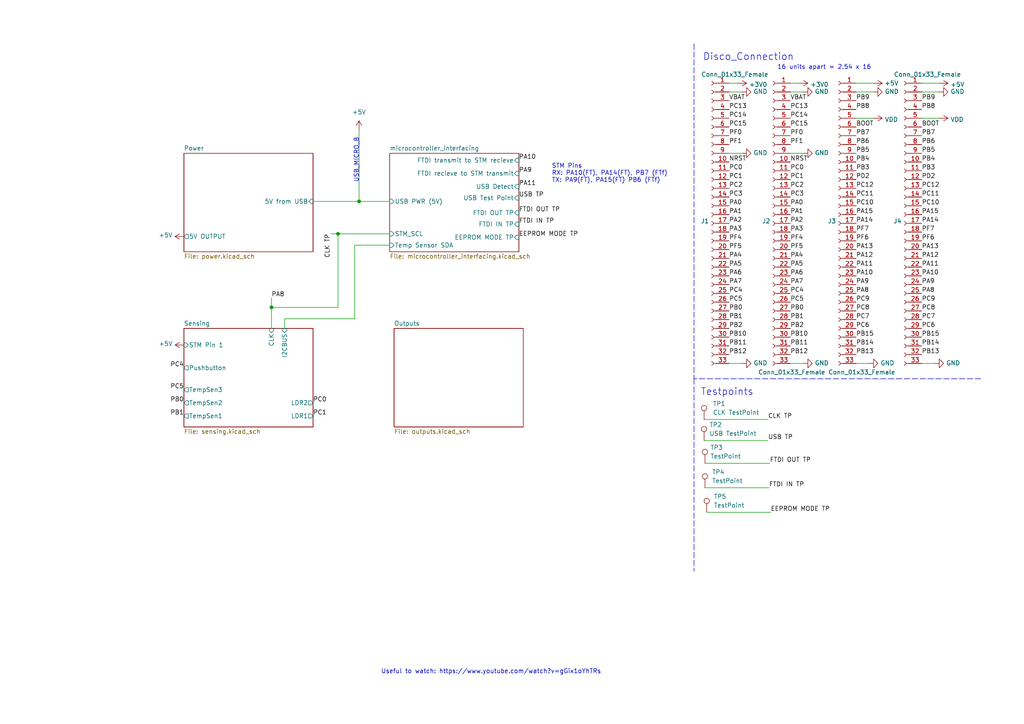
<source format=kicad_sch>
(kicad_sch (version 20211123) (generator eeschema)
  (paper "A4")
  (title_block (title "EEE3088F Template") (date "2022-02-21") (rev "V0.0") (company "University of Cape Town") (comment 3 "@Checked By: ") (comment 4 "@Authors: Justin Pead"))
  (lib_symbols
    (symbol "Connector:Conn_01x33_Female" (pin_names (offset 1.016) hide)
      (property "Reference" "J" (at 0 43.18 0))
      (property "Value" "Conn_01x33_Female" (at 0 -43.18 0))
      (symbol "Conn_01x33_Female_1_1"
        (arc (start 0 -40.132) (mid -0.508 -40.64) (end 0 -41.148) (stroke (width 0.1524)))
        (arc (start 0 -37.592) (mid -0.508 -38.1) (end 0 -38.608) (stroke (width 0.1524)))
        (arc (start 0 -35.052) (mid -0.508 -35.56) (end 0 -36.068) (stroke (width 0.1524)))
        (arc (start 0 -32.512) (mid -0.508 -33.02) (end 0 -33.528) (stroke (width 0.1524)))
        (arc (start 0 -29.972) (mid -0.508 -30.48) (end 0 -30.988) (stroke (width 0.1524)))
        (arc (start 0 -27.432) (mid -0.508 -27.94) (end 0 -28.448) (stroke (width 0.1524)))
        (arc (start 0 -24.892) (mid -0.508 -25.4) (end 0 -25.908) (stroke (width 0.1524)))
        (arc (start 0 -22.352) (mid -0.508 -22.86) (end 0 -23.368) (stroke (width 0.1524)))
        (arc (start 0 -19.812) (mid -0.508 -20.32) (end 0 -20.828) (stroke (width 0.1524)))
        (arc (start 0 -17.272) (mid -0.508 -17.78) (end 0 -18.288) (stroke (width 0.1524)))
        (arc (start 0 -14.732) (mid -0.508 -15.24) (end 0 -15.748) (stroke (width 0.1524)))
        (arc (start 0 -12.192) (mid -0.508 -12.7) (end 0 -13.208) (stroke (width 0.1524)))
        (arc (start 0 -9.652) (mid -0.508 -10.16) (end 0 -10.668) (stroke (width 0.1524)))
        (arc (start 0 -7.112) (mid -0.508 -7.62) (end 0 -8.128) (stroke (width 0.1524)))
        (arc (start 0 -4.572) (mid -0.508 -5.08) (end 0 -5.588) (stroke (width 0.1524)))
        (arc (start 0 -2.032) (mid -0.508 -2.54) (end 0 -3.048) (stroke (width 0.1524)))
        (polyline (pts (xy -1.27 -40.64) (xy -0.508 -40.64)) (stroke (width 0.1524)))
        (polyline (pts (xy -1.27 -38.1) (xy -0.508 -38.1)) (stroke (width 0.1524)))
        (polyline (pts (xy -1.27 -35.56) (xy -0.508 -35.56)) (stroke (width 0.1524)))
        (polyline (pts (xy -1.27 -33.02) (xy -0.508 -33.02)) (stroke (width 0.1524)))
        (polyline (pts (xy -1.27 -30.48) (xy -0.508 -30.48)) (stroke (width 0.1524)))
        (polyline (pts (xy -1.27 -27.94) (xy -0.508 -27.94)) (stroke (width 0.1524)))
        (polyline (pts (xy -1.27 -25.4) (xy -0.508 -25.4)) (stroke (width 0.1524)))
        (polyline (pts (xy -1.27 -22.86) (xy -0.508 -22.86)) (stroke (width 0.1524)))
        (polyline (pts (xy -1.27 -20.32) (xy -0.508 -20.32)) (stroke (width 0.1524)))
        (polyline (pts (xy -1.27 -17.78) (xy -0.508 -17.78)) (stroke (width 0.1524)))
        (polyline (pts (xy -1.27 -15.24) (xy -0.508 -15.24)) (stroke (width 0.1524)))
        (polyline (pts (xy -1.27 -12.7) (xy -0.508 -12.7)) (stroke (width 0.1524)))
        (polyline (pts (xy -1.27 -10.16) (xy -0.508 -10.16)) (stroke (width 0.1524)))
        (polyline (pts (xy -1.27 -7.62) (xy -0.508 -7.62)) (stroke (width 0.1524)))
        (polyline (pts (xy -1.27 -5.08) (xy -0.508 -5.08)) (stroke (width 0.1524)))
        (polyline (pts (xy -1.27 -2.54) (xy -0.508 -2.54)) (stroke (width 0.1524)))
        (polyline (pts (xy -1.27 0) (xy -0.508 0)) (stroke (width 0.1524)))
        (polyline (pts (xy -1.27 2.54) (xy -0.508 2.54)) (stroke (width 0.1524)))
        (polyline (pts (xy -1.27 5.08) (xy -0.508 5.08)) (stroke (width 0.1524)))
        (polyline (pts (xy -1.27 7.62) (xy -0.508 7.62)) (stroke (width 0.1524)))
        (polyline (pts (xy -1.27 10.16) (xy -0.508 10.16)) (stroke (width 0.1524)))
        (polyline (pts (xy -1.27 12.7) (xy -0.508 12.7)) (stroke (width 0.1524)))
        (polyline (pts (xy -1.27 15.24) (xy -0.508 15.24)) (stroke (width 0.1524)))
        (polyline (pts (xy -1.27 17.78) (xy -0.508 17.78)) (stroke (width 0.1524)))
        (polyline (pts (xy -1.27 20.32) (xy -0.508 20.32)) (stroke (width 0.1524)))
        (polyline (pts (xy -1.27 22.86) (xy -0.508 22.86)) (stroke (width 0.1524)))
        (polyline (pts (xy -1.27 25.4) (xy -0.508 25.4)) (stroke (width 0.1524)))
        (polyline (pts (xy -1.27 27.94) (xy -0.508 27.94)) (stroke (width 0.1524)))
        (polyline (pts (xy -1.27 30.48) (xy -0.508 30.48)) (stroke (width 0.1524)))
        (polyline (pts (xy -1.27 33.02) (xy -0.508 33.02)) (stroke (width 0.1524)))
        (polyline (pts (xy -1.27 35.56) (xy -0.508 35.56)) (stroke (width 0.1524)))
        (polyline (pts (xy -1.27 38.1) (xy -0.508 38.1)) (stroke (width 0.1524)))
        (polyline (pts (xy -1.27 40.64) (xy -0.508 40.64)) (stroke (width 0.1524)))
        (arc (start 0 0.508) (mid -0.508 0) (end 0 -0.508) (stroke (width 0.1524)))
        (arc (start 0 3.048) (mid -0.508 2.54) (end 0 2.032) (stroke (width 0.1524)))
        (arc (start 0 5.588) (mid -0.508 5.08) (end 0 4.572) (stroke (width 0.1524)))
        (arc (start 0 8.128) (mid -0.508 7.62) (end 0 7.112) (stroke (width 0.1524)))
        (arc (start 0 10.668) (mid -0.508 10.16) (end 0 9.652) (stroke (width 0.1524)))
        (arc (start 0 13.208) (mid -0.508 12.7) (end 0 12.192) (stroke (width 0.1524)))
        (arc (start 0 15.748) (mid -0.508 15.24) (end 0 14.732) (stroke (width 0.1524)))
        (arc (start 0 18.288) (mid -0.508 17.78) (end 0 17.272) (stroke (width 0.1524)))
        (arc (start 0 20.828) (mid -0.508 20.32) (end 0 19.812) (stroke (width 0.1524)))
        (arc (start 0 23.368) (mid -0.508 22.86) (end 0 22.352) (stroke (width 0.1524)))
        (arc (start 0 25.908) (mid -0.508 25.4) (end 0 24.892) (stroke (width 0.1524)))
        (arc (start 0 28.448) (mid -0.508 27.94) (end 0 27.432) (stroke (width 0.1524)))
        (arc (start 0 30.988) (mid -0.508 30.48) (end 0 29.972) (stroke (width 0.1524)))
        (arc (start 0 33.528) (mid -0.508 33.02) (end 0 32.512) (stroke (width 0.1524)))
        (arc (start 0 36.068) (mid -0.508 35.56) (end 0 35.052) (stroke (width 0.1524)))
        (arc (start 0 38.608) (mid -0.508 38.1) (end 0 37.592) (stroke (width 0.1524)))
        (arc (start 0 41.148) (mid -0.508 40.64) (end 0 40.132) (stroke (width 0.1524)))
        (pin passive line (at -5.08 40.64 0) (length 3.81) (name "Pin_1") (number "1"))
        (pin passive line (at -5.08 17.78 0) (length 3.81) (name "Pin_10") (number "10"))
        (pin passive line (at -5.08 15.24 0) (length 3.81) (name "Pin_11") (number "11"))
        (pin passive line (at -5.08 12.7 0) (length 3.81) (name "Pin_12") (number "12"))
        (pin passive line (at -5.08 10.16 0) (length 3.81) (name "Pin_13") (number "13"))
        (pin passive line (at -5.08 7.62 0) (length 3.81) (name "Pin_14") (number "14"))
        (pin passive line (at -5.08 5.08 0) (length 3.81) (name "Pin_15") (number "15"))
        (pin passive line (at -5.08 2.54 0) (length 3.81) (name "Pin_16") (number "16"))
        (pin passive line (at -5.08 0 0) (length 3.81) (name "Pin_17") (number "17"))
        (pin passive line (at -5.08 -2.54 0) (length 3.81) (name "Pin_18") (number "18"))
        (pin passive line (at -5.08 -5.08 0) (length 3.81) (name "Pin_19") (number "19"))
        (pin passive line (at -5.08 38.1 0) (length 3.81) (name "Pin_2") (number "2"))
        (pin passive line (at -5.08 -7.62 0) (length 3.81) (name "Pin_20") (number "20"))
        (pin passive line (at -5.08 -10.16 0) (length 3.81) (name "Pin_21") (number "21"))
        (pin passive line (at -5.08 -12.7 0) (length 3.81) (name "Pin_22") (number "22"))
        (pin passive line (at -5.08 -15.24 0) (length 3.81) (name "Pin_23") (number "23"))
        (pin passive line (at -5.08 -17.78 0) (length 3.81) (name "Pin_24") (number "24"))
        (pin passive line (at -5.08 -20.32 0) (length 3.81) (name "Pin_25") (number "25"))
        (pin passive line (at -5.08 -22.86 0) (length 3.81) (name "Pin_26") (number "26"))
        (pin passive line (at -5.08 -25.4 0) (length 3.81) (name "Pin_27") (number "27"))
        (pin passive line (at -5.08 -27.94 0) (length 3.81) (name "Pin_28") (number "28"))
        (pin passive line (at -5.08 -30.48 0) (length 3.81) (name "Pin_29") (number "29"))
        (pin passive line (at -5.08 35.56 0) (length 3.81) (name "Pin_3") (number "3"))
        (pin passive line (at -5.08 -33.02 0) (length 3.81) (name "Pin_30") (number "30"))
        (pin passive line (at -5.08 -35.56 0) (length 3.81) (name "Pin_31") (number "31"))
        (pin passive line (at -5.08 -38.1 0) (length 3.81) (name "Pin_32") (number "32"))
        (pin passive line (at -5.08 -40.64 0) (length 3.81) (name "Pin_33") (number "33"))
        (pin passive line (at -5.08 33.02 0) (length 3.81) (name "Pin_4") (number "4"))
        (pin passive line (at -5.08 30.48 0) (length 3.81) (name "Pin_5") (number "5"))
        (pin passive line (at -5.08 27.94 0) (length 3.81) (name "Pin_6") (number "6"))
        (pin passive line (at -5.08 25.4 0) (length 3.81) (name "Pin_7") (number "7"))
        (pin passive line (at -5.08 22.86 0) (length 3.81) (name "Pin_8") (number "8"))
        (pin passive line (at -5.08 20.32 0) (length 3.81) (name "Pin_9") (number "9"))
      )
    )
    (symbol "Connector:TestPoint" (pin_numbers hide) (pin_names (offset 0.762) hide)
      (property "Reference" "TP" (at 0 6.858 0))
      (property "Value" "TestPoint" (at 0 5.08 0))
      (symbol "TestPoint_0_1"
        (circle (center 0 3.302) (radius 0.762))
      )
      (symbol "TestPoint_1_1"
        (pin passive line (at 0 0 90) (length 2.54) (name "1") (number "1"))
      )
    )
    (symbol "power:+3V0" (power) (pin_names (offset 0))
      (property "Value" "+3V0" (at 0 3.556 0))
      (symbol "+3V0_0_1"
        (polyline (pts (xy -0.762 1.27) (xy 0 2.54)))
        (polyline (pts (xy 0 0) (xy 0 2.54)))
        (polyline (pts (xy 0 2.54) (xy 0.762 1.27)))
      )
      (symbol "+3V0_1_1"
        (pin power_in line (at 0 0 90) (length 0) hide (name "+3V0") (number "1"))
      )
    )
    (symbol "power:+5V" (power) (pin_names (offset 0))
      (property "Value" "+5V" (at 0 3.556 0))
      (symbol "+5V_0_1"
        (polyline (pts (xy -0.762 1.27) (xy 0 2.54)))
        (polyline (pts (xy 0 0) (xy 0 2.54)))
        (polyline (pts (xy 0 2.54) (xy 0.762 1.27)))
      )
      (symbol "+5V_1_1"
        (pin power_in line (at 0 0 90) (length 0) hide (name "+5V") (number "1"))
      )
    )
    (symbol "power:GND" (power) (pin_names (offset 0))
      (property "Value" "GND" (at 0 -3.81 0))
      (symbol "GND_0_1"
        (polyline (pts (xy 0 0) (xy 0 -1.27) (xy 1.27 -1.27) (xy 0 -2.54) (xy -1.27 -1.27) (xy 0 -1.27)))
      )
      (symbol "GND_1_1"
        (pin power_in line (at 0 0 270) (length 0) hide (name "GND") (number "1"))
      )
    )
    (symbol "power:VDD" (power) (pin_names (offset 0))
      (property "Value" "VDD" (at 0 3.81 0))
      (symbol "VDD_0_1"
        (polyline (pts (xy -0.762 1.27) (xy 0 2.54)))
        (polyline (pts (xy 0 0) (xy 0 2.54)))
        (polyline (pts (xy 0 2.54) (xy 0.762 1.27)))
      )
      (symbol "VDD_1_1"
        (pin power_in line (at 0 0 90) (length 0) hide (name "VDD") (number "1"))
      )
    )
  )
  (junction (at 98.044 67.818))
  (junction (at 104.14 58.42))
  (junction (at 78.74 89.154))
  (wire (pts (xy 96.012 67.818) (xy 98.044 67.818)))
  (wire (pts (xy 211.455 44.45) (xy 215.265 44.45)))
  (wire (pts (xy 104.14 37.592) (xy 104.14 58.42)))
  (wire (pts (xy 82.55 95.25) (xy 82.55 92.456)))
  (polyline (pts (xy 201.295 12.7) (xy 201.295 109.855)))
  (polyline (pts (xy 284.48 109.855) (xy 201.295 109.855)))
  (wire (pts (xy 248.285 26.67) (xy 253.365 26.67)))
  (wire (pts (xy 102.87 71.12) (xy 113.03 71.12)))
  (wire (pts (xy 229.235 24.13) (xy 231.775 24.13)))
  (wire (pts (xy 204.216 127.762) (xy 222.758 127.762)))
  (polyline (pts (xy 201.295 109.855) (xy 201.295 165.735)))
  (wire (pts (xy 90.805 58.42) (xy 104.14 58.42)))
  (wire (pts (xy 204.47 141.478) (xy 223.012 141.478)))
  (wire (pts (xy 98.044 67.818) (xy 113.03 67.818)))
  (wire (pts (xy 78.74 89.154) (xy 78.74 95.25)))
  (wire (pts (xy 248.285 34.29) (xy 253.365 34.29)))
  (wire (pts (xy 253.365 24.13) (xy 248.285 24.13)))
  (wire (pts (xy 78.74 89.154) (xy 98.044 89.154)))
  (wire (pts (xy 211.455 24.13) (xy 213.995 24.13)))
  (wire (pts (xy 233.045 105.41) (xy 229.235 105.41)))
  (wire (pts (xy 229.235 26.67) (xy 233.045 26.67)))
  (wire (pts (xy 78.74 86.36) (xy 78.74 89.154)))
  (wire (pts (xy 229.235 44.45) (xy 233.045 44.45)))
  (wire (pts (xy 272.415 24.13) (xy 267.335 24.13)))
  (wire (pts (xy 204.978 148.59) (xy 223.52 148.59)))
  (wire (pts (xy 211.455 26.67) (xy 215.265 26.67)))
  (wire (pts (xy 102.87 92.456) (xy 102.87 71.12)))
  (wire (pts (xy 248.285 105.41) (xy 252.095 105.41)))
  (wire (pts (xy 267.335 105.41) (xy 271.145 105.41)))
  (wire (pts (xy 204.216 121.666) (xy 222.758 121.666)))
  (wire (pts (xy 267.335 26.67) (xy 272.415 26.67)))
  (wire (pts (xy 204.47 134.366) (xy 223.266 134.366)))
  (wire (pts (xy 82.55 92.456) (xy 102.87 92.456)))
  (wire (pts (xy 215.265 105.41) (xy 211.455 105.41)))
  (wire (pts (xy 267.335 34.29) (xy 272.415 34.29)))
  (wire (pts (xy 104.14 58.42) (xy 113.03 58.42)))
  (wire (pts (xy 98.044 67.818) (xy 98.044 89.154)))
  (text "Useful to watch: https://www.youtube.com/watch?v=gGix1oYhTRs" (at 110.49 195.58 0) (effects (font (size 1.27 1.27)) (justify left bottom)))
  (text "STM Pins\nRX: PA10(FT), PA14(FT), PB7 (FTf)\nTX: PA9(FT), PA15(FT) PB6 (FTf)\n" (at 160.02 53.086 0) (effects (font (size 1.27 1.27)) (justify left bottom)))
  (text "USB_MICRO_B" (at 104.14 39.878 270) (effects (font (size 1.27 1.27)) (justify right bottom)))
  (text "16 units apart = 2.54 x 16" (at 225.425 20.32 0) (effects (font (size 1.27 1.27)) (justify left bottom)))
  (text "Disco_Connection" (at 203.835 17.78 0) (effects (font (size 2.0066 2.0066)) (justify left bottom)))
  (text "Testpoints" (at 203.2 114.935 0) (effects (font (size 2.0066 2.0066)) (justify left bottom)))
  (label "PC14" (at 211.455 34.29 0))
  (label "PC11" (at 248.285 57.15 0))
  (label "PB2" (at 211.455 95.25 0))
  (label "EEPROM MODE TP" (at 223.52 148.59 0))
  (label "PA9" (at 150.495 50.292 0))
  (label "PB6" (at 248.285 41.91 0))
  (label "PB14" (at 267.335 100.33 0))
  (label "PA15" (at 267.335 62.23 0))
  (label "PB14" (at 248.285 100.33 0))
  (label "PA11" (at 267.335 77.47 0))
  (label "PC7" (at 248.285 92.71 0))
  (label "PB6" (at 267.335 41.91 0))
  (label "PA8" (at 267.335 85.09 0))
  (label "PC9" (at 248.285 87.63 0))
  (label "PB15" (at 267.335 97.79 0))
  (label "FTDI IN TP" (at 223.012 141.478 0))
  (label "PC11" (at 267.335 57.15 0))
  (label "PC1" (at 211.455 52.07 0))
  (label "PC1" (at 90.805 120.65 0))
  (label "PA1" (at 229.235 62.23 0))
  (label "PA8" (at 78.74 86.36 0))
  (label "PF7" (at 267.335 67.31 0))
  (label "PC0" (at 229.235 49.53 0))
  (label "PF7" (at 248.285 67.31 0))
  (label "PA12" (at 267.335 74.93 0))
  (label "PC15" (at 211.455 36.83 0))
  (label "PC1" (at 229.235 52.07 0))
  (label "PC13" (at 229.235 31.75 0))
  (label "VBAT" (at 229.235 29.21 0))
  (label "PC6" (at 267.335 95.25 0))
  (label "PA4" (at 211.455 74.93 0))
  (label "BOOT" (at 248.285 36.83 0))
  (label "PB5" (at 248.285 44.45 0))
  (label "PC8" (at 267.335 90.17 0))
  (label "PB7" (at 267.335 39.37 0))
  (label "PA13" (at 267.335 72.39 0))
  (label "PD2" (at 248.285 52.07 0))
  (label "PC12" (at 248.285 54.61 0))
  (label "PC10" (at 248.285 59.69 0))
  (label "PB1" (at 211.455 92.71 0))
  (label "PB9" (at 267.335 29.21 0))
  (label "PA2" (at 229.235 64.77 0))
  (label "PA10" (at 267.335 80.01 0))
  (label "PB5" (at 267.335 44.45 0))
  (label "PB1" (at 53.34 120.65 180))
  (label "PF5" (at 211.455 72.39 0))
  (label "PB13" (at 248.285 102.87 0))
  (label "PC4" (at 229.235 85.09 0))
  (label "PC15" (at 229.235 36.83 0))
  (label "PB1" (at 229.235 92.71 0))
  (label "PA5" (at 229.235 77.47 0))
  (label "PC0" (at 211.455 49.53 0))
  (label "PB7" (at 248.285 39.37 0))
  (label "PC4" (at 53.34 106.68 180))
  (label "EEPROM MODE TP" (at 150.495 68.834 0))
  (label "PC5" (at 53.34 113.03 180))
  (label "PB0" (at 229.235 90.17 0))
  (label "PA5" (at 211.455 77.47 0))
  (label "PC8" (at 248.285 90.17 0))
  (label "PA3" (at 229.235 67.31 0))
  (label "PA10" (at 248.285 80.01 0))
  (label "PB12" (at 211.455 102.87 0))
  (label "PB10" (at 211.455 97.79 0))
  (label "PB3" (at 267.335 49.53 0))
  (label "PA14" (at 248.285 64.77 0))
  (label "VBAT" (at 211.455 29.21 0))
  (label "PC6" (at 248.285 95.25 0))
  (label "PA7" (at 229.235 82.55 0))
  (label "PB11" (at 211.455 100.33 0))
  (label "PC4" (at 211.455 85.09 0))
  (label "PC14" (at 229.235 34.29 0))
  (label "PC2" (at 229.235 54.61 0))
  (label "PF4" (at 229.235 69.85 0))
  (label "PB2" (at 229.235 95.25 0))
  (label "USB TP" (at 222.758 127.762 0))
  (label "PF0" (at 211.455 39.37 0))
  (label "PA2" (at 211.455 64.77 0))
  (label "PA12" (at 248.285 74.93 0))
  (label "PC5" (at 229.235 87.63 0))
  (label "PA6" (at 229.235 80.01 0))
  (label "PC13" (at 211.455 31.75 0))
  (label "PB13" (at 267.335 102.87 0))
  (label "NRST" (at 229.235 46.99 0))
  (label "PA3" (at 211.455 67.31 0))
  (label "PB4" (at 267.335 46.99 0))
  (label "PA6" (at 211.455 80.01 0))
  (label "CLK TP" (at 222.758 121.666 0))
  (label "PF1" (at 229.235 41.91 0))
  (label "BOOT" (at 267.335 36.83 0))
  (label "PA4" (at 229.235 74.93 0))
  (label "PB15" (at 248.285 97.79 0))
  (label "PB4" (at 248.285 46.99 0))
  (label "PF0" (at 229.235 39.37 0))
  (label "PB8" (at 267.335 31.75 0))
  (label "PC5" (at 211.455 87.63 0))
  (label "PA0" (at 211.455 59.69 0))
  (label "FTDI OUT TP" (at 150.495 61.722 0))
  (label "PB11" (at 229.235 100.33 0))
  (label "PC12" (at 267.335 54.61 0))
  (label "PB0" (at 53.34 116.84 180))
  (label "PC7" (at 267.335 92.71 0))
  (label "PF5" (at 229.235 72.39 0))
  (label "PA0" (at 229.235 59.69 0))
  (label "CLK TP" (at 96.012 67.818 270))
  (label "PC3" (at 211.455 57.15 0))
  (label "PA14" (at 267.335 64.77 0))
  (label "PF6" (at 267.335 69.85 0))
  (label "PF6" (at 248.285 69.85 0))
  (label "PA11" (at 248.285 77.47 0))
  (label "PF1" (at 211.455 41.91 0))
  (label "PA15" (at 248.285 62.23 0))
  (label "PD2" (at 267.335 52.07 0))
  (label "PB8" (at 248.285 31.75 0))
  (label "PB10" (at 229.235 97.79 0))
  (label "PA11" (at 150.495 54.102 0))
  (label "PA7" (at 211.455 82.55 0))
  (label "PA9" (at 248.285 82.55 0))
  (label "PB9" (at 248.285 29.21 0))
  (label "FTDI IN TP" (at 150.495 65.024 0))
  (label "PA10" (at 150.495 46.482 0))
  (label "PA9" (at 267.335 82.55 0))
  (label "PB12" (at 229.235 102.87 0))
  (label "PC10" (at 267.335 59.69 0))
  (label "PA1" (at 211.455 62.23 0))
  (label "PA13" (at 248.285 72.39 0))
  (label "PC2" (at 211.455 54.61 0))
  (label "PB3" (at 248.285 49.53 0))
  (label "PA8" (at 248.285 85.09 0))
  (label "PC0" (at 90.805 116.84 0))
  (label "PF4" (at 211.455 69.85 0))
  (label "PB0" (at 211.455 90.17 0))
  (label "USB TP" (at 150.495 57.404 0))
  (label "NRST" (at 211.455 46.99 0))
  (label "PC3" (at 229.235 57.15 0))
  (label "FTDI OUT TP" (at 223.266 134.366 0))
  (label "PC9" (at 267.335 87.63 0))
  (symbol (lib_id "power:GND") (at 233.045 105.41 90) (unit 1)
    (property "Reference" "#PWR08" (effects hide))
    (property "Value" "GND" (at 236.2962 105.283 90) (effects (justify right)))
  )
  (symbol (lib_id "power:GND") (at 233.045 44.45 90) (unit 1)
    (property "Reference" "#PWR07" (effects hide))
    (property "Value" "GND" (at 236.2962 44.323 90) (effects (justify right)))
  )
  (symbol (lib_id "Connector:TestPoint") (at 204.978 148.59 0) (unit 1)
    (property "Reference" "TP5" (at 207.01 144.0179 0) (effects (justify left)))
    (property "Value" "TestPoint" (at 207.01 146.5579 0) (effects (justify left)))
  )
  (symbol (lib_id "power:GND") (at 233.045 26.67 90) (unit 1)
    (property "Reference" "#PWR06" (effects hide))
    (property "Value" "GND" (at 236.2962 26.543 90) (effects (justify right)))
  )
  (symbol (lib_id "power:GND") (at 252.095 105.41 90) (unit 1)
    (property "Reference" "#PWR09" (effects hide))
    (property "Value" "GND" (at 255.3462 105.283 90) (effects (justify right)))
  )
  (symbol (lib_id "Connector:Conn_01x33_Female") (at 262.255 64.77 0) (mirror y) (unit 1)
    (property "Reference" "J4" (at 261.5438 64.1096 0) (effects (justify left)))
    (property "Value" "Conn_01x33_Female" (at 278.765 21.59 0) (effects (justify left)))
    (property "Footprint" "Connector_PinHeader_2.54mm:PinHeader_1x33_P2.54mm_Vertical" (effects hide))
    (property "Populate" "DNP" (effects hide))
    (property "Price" "0" (effects hide))
  )
  (symbol (lib_id "Connector:TestPoint") (at 204.47 134.366 0) (unit 1)
    (property "Reference" "TP3" (at 205.994 129.7939 0) (effects (justify left)))
    (property "Value" "TestPoint" (at 205.994 132.3339 0) (effects (justify left)))
  )
  (symbol (lib_id "power:GND") (at 215.265 105.41 90) (unit 1)
    (property "Reference" "#PWR04" (effects hide))
    (property "Value" "GND" (at 218.5162 105.283 90) (effects (justify right)))
  )
  (symbol (lib_id "power:GND") (at 215.265 44.45 90) (unit 1)
    (property "Reference" "#PWR03" (effects hide))
    (property "Value" "GND" (at 218.5162 44.323 90) (effects (justify right)))
  )
  (symbol (lib_id "Connector:TestPoint") (at 204.47 141.478 0) (unit 1)
    (property "Reference" "TP4" (at 206.502 136.9059 0) (effects (justify left)))
    (property "Value" "TestPoint" (at 206.502 139.4459 0) (effects (justify left)))
  )
  (symbol (lib_id "power:+5V") (at 104.14 37.592 0) (unit 1)
    (property "Reference" "#PWR0106" (effects hide))
    (property "Value" "+5V" (at 104.14 32.512 0))
  )
  (symbol (lib_id "power:GND") (at 253.365 26.67 90) (unit 1)
    (property "Reference" "#PWR011" (effects hide))
    (property "Value" "GND" (at 256.6162 26.543 90) (effects (justify right)))
  )
  (symbol (lib_id "power:+5V") (at 253.365 24.13 270) (unit 1)
    (property "Reference" "#PWR010" (effects hide))
    (property "Value" "+5V" (at 256.54 24.13 90) (effects (justify left)))
  )
  (symbol (lib_id "power:GND") (at 272.415 26.67 90) (unit 1)
    (property "Reference" "#PWR015" (effects hide))
    (property "Value" "GND" (at 275.6662 26.543 90) (effects (justify right)))
  )
  (symbol (lib_id "power:GND") (at 271.145 105.41 90) (unit 1)
    (property "Reference" "#PWR013" (effects hide))
    (property "Value" "GND" (at 274.3962 105.283 90) (effects (justify right)))
  )
  (symbol (lib_id "power:GND") (at 215.265 26.67 90) (unit 1)
    (property "Reference" "#PWR02" (effects hide))
    (property "Value" "GND" (at 218.5162 26.543 90) (effects (justify right)))
  )
  (symbol (lib_id "Connector:Conn_01x33_Female") (at 224.155 64.77 0) (mirror y) (unit 1)
    (property "Reference" "J2" (at 223.4438 64.1096 0) (effects (justify left)))
    (property "Value" "Conn_01x33_Female" (at 239.395 107.95 0) (effects (justify left)))
    (property "Footprint" "Connector_PinSocket_2.54mm:PinSocket_1x33_P2.54mm_Vertical" (effects hide))
    (property "LCSC" "C1234 (example)" (effects hide))
    (property "Populate" "DNP" (effects hide))
    (property "Alt_LCSC" "C12345 (example)" (effects hide))
    (property "Price" "0" (effects hide))
  )
  (symbol (lib_id "power:+5V") (at 53.34 100.076 90) (unit 1)
    (property "Reference" "#PWR0101" (effects hide))
    (property "Value" "+5V" (at 50.0888 99.695 90) (effects (justify left)))
  )
  (symbol (lib_id "Connector:Conn_01x33_Female") (at 206.375 64.77 0) (mirror y) (unit 1)
    (property "Reference" "J1" (at 205.6638 64.1096 0) (effects (justify left)))
    (property "Value" "Conn_01x33_Female" (at 222.885 21.59 0) (effects (justify left)))
    (property "Footprint" "Connector_PinHeader_2.54mm:PinHeader_1x33_P2.54mm_Vertical" (effects hide))
    (property "Populate" "DNP" (effects hide))
    (property "Price" "0" (effects hide))
  )
  (symbol (lib_id "Connector:TestPoint") (at 204.216 127.762 0) (unit 1)
    (property "Reference" "TP2" (at 205.74 123.1899 0) (effects (justify left)))
    (property "Value" "USB TestPoint" (at 205.74 125.7299 0) (effects (justify left)))
  )
  (symbol (lib_id "power:VDD") (at 253.365 34.29 270) (unit 1)
    (property "Reference" "#PWR012" (effects hide))
    (property "Value" "VDD" (at 256.6162 34.671 90) (effects (justify left)))
  )
  (symbol (lib_id "power:+5V") (at 272.415 24.13 270) (unit 1)
    (property "Reference" "#PWR014" (effects hide))
    (property "Value" "+5V" (at 275.6662 24.511 90) (effects (justify left)))
  )
  (symbol (lib_id "power:+3V0") (at 231.775 24.13 270) (unit 1)
    (property "Reference" "#PWR05" (effects hide))
    (property "Value" "+3V0" (at 235.0262 24.511 90) (effects (justify left)))
  )
  (symbol (lib_id "Connector:Conn_01x33_Female") (at 243.205 64.77 0) (mirror y) (unit 1)
    (property "Reference" "J3" (at 242.4938 64.1096 0) (effects (justify left)))
    (property "Value" "Conn_01x33_Female" (at 259.715 107.95 0) (effects (justify left)))
    (property "Footprint" "Connector_PinSocket_2.54mm:PinSocket_1x33_P2.54mm_Vertical" (effects hide))
    (property "LCSC" "C1234 (example)" (effects hide))
    (property "Populate" "DNP" (effects hide))
    (property "Alt_LCSC" "C12345 (example)" (effects hide))
    (property "Price" "0" (effects hide))
  )
  (symbol (lib_id "power:VDD") (at 272.415 34.29 270) (unit 1)
    (property "Reference" "#PWR016" (effects hide))
    (property "Value" "VDD" (at 275.6662 34.671 90) (effects (justify left)))
  )
  (symbol (lib_id "Connector:TestPoint") (at 204.216 121.666 0) (unit 1)
    (property "Reference" "TP1" (at 206.756 117.0939 0) (effects (justify left)))
    (property "Value" "CLK TestPoint" (at 206.756 119.6339 0) (effects (justify left)))
  )
  (symbol (lib_id "power:+3V0") (at 213.995 24.13 270) (unit 1)
    (property "Reference" "#PWR01" (effects hide))
    (property "Value" "+3V0" (at 217.2462 24.511 90) (effects (justify left)))
  )
  (symbol (lib_id "power:+5V") (at 53.34 68.58 90) (unit 1)
    (property "Reference" "#PWR0102" (effects hide))
    (property "Value" "+5V" (at 50.0888 68.199 90) (effects (justify left)))
  )
  (sheet (at 113.03 44.45) (size 37.465 28.575) (stroke (width 0.1524))
    (property "Sheet name" "microcontroller_interfacing" (at 113.03 43.7384 0) (effects (justify left bottom)))
    (property "Sheet file" "microcontroller_interfacing.kicad_sch" (at 113.03 73.6096 0) (effects (justify left top)))
    (pin "USB PWR (5V)" input (at 113.03 58.42 180))
    (pin "Temp Sensor SDA" input (at 113.03 71.12 180))
    (pin "FTDI transmit to STM recieve" input (at 150.495 46.482 0))
    (pin "FTDI recieve to STM transmit" input (at 150.495 50.292 0))
    (pin "STM_SCL" input (at 113.03 67.818 180))
    (pin "USB Detect" input (at 150.495 54.102 0))
    (pin "USB Test Point" input (at 150.495 57.404 0))
    (pin "FTDI OUT TP" input (at 150.495 61.722 0))
    (pin "FTDI IN TP" input (at 150.495 65.024 0))
    (pin "EEPROM MODE TP" input (at 150.495 68.834 0))
  )
  (sheet (at 114.3 95.25) (size 37.465 28.575) (stroke (width 0.1524))
    (property "Sheet name" "Outputs" (at 114.3 94.5384 0) (effects (justify left bottom)))
    (property "Sheet file" "outputs.kicad_sch" (at 114.3 124.4096 0) (effects (justify left top)))
  )
  (sheet (at 53.34 95.25) (size 37.465 28.575) (stroke (width 0.1524))
    (property "Sheet name" "Sensing" (at 53.34 94.5384 0) (effects (justify left bottom)))
    (property "Sheet file" "sensing.kicad_sch" (at 53.34 124.4096 0) (effects (justify left top)))
    (pin "LDR2" output (at 90.805 116.84 0))
    (pin "LDR1" output (at 90.805 120.65 0))
    (pin "Pushbutton " output (at 53.34 106.68 180))
    (pin "CLK" input (at 78.74 95.25 90))
    (pin "I2CBUS" input (at 82.55 95.25 90))
    (pin "TempSen2" output (at 53.34 116.84 180))
    (pin "TempSen1" output (at 53.34 120.65 180))
    (pin "TempSen3" output (at 53.34 113.03 180))
    (pin "STM Pin 1" input (at 53.34 100.076 180))
  )
  (sheet (at 53.34 44.45) (size 37.465 28.575) (stroke (width 0.1524))
    (property "Sheet name" "Power" (at 53.34 43.7384 0) (effects (justify left bottom)))
    (property "Sheet file" "power.kicad_sch" (at 53.34 73.6096 0) (effects (justify left top)))
    (pin "5V OUTPUT" output (at 53.34 68.58 180))
    (pin "5V from USB" input (at 90.805 58.42 0))
  )
)
</source>
